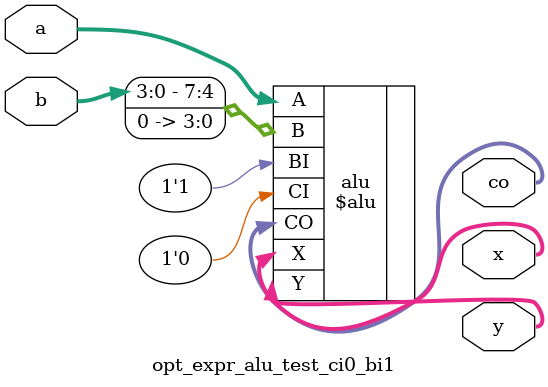
<source format=v>
module opt_expr_alu_test_ci0_bi1(input [7:0] a, input [3:0] b, output [8:0] x, y, co);
    \$alu #(.A_SIGNED(0), .B_SIGNED(0), .A_WIDTH(8), .B_WIDTH(8), .Y_WIDTH(9)) alu (.A(a), .B({b, 4'b0000}), .CI(1'b0), .BI(1'b1), .X(x), .Y(y), .CO(co));
endmodule

</source>
